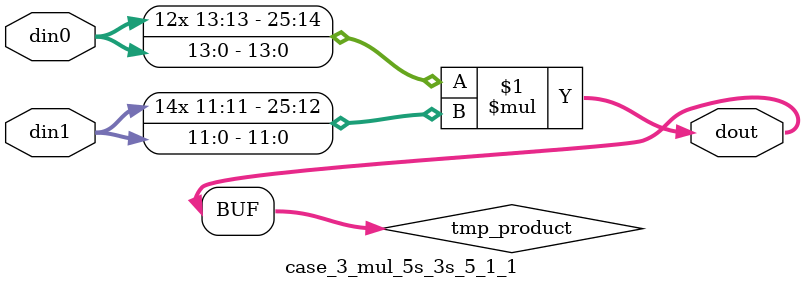
<source format=v>

`timescale 1 ns / 1 ps

 module case_3_mul_5s_3s_5_1_1(din0, din1, dout);
parameter ID = 1;
parameter NUM_STAGE = 0;
parameter din0_WIDTH = 14;
parameter din1_WIDTH = 12;
parameter dout_WIDTH = 26;

input [din0_WIDTH - 1 : 0] din0; 
input [din1_WIDTH - 1 : 0] din1; 
output [dout_WIDTH - 1 : 0] dout;

wire signed [dout_WIDTH - 1 : 0] tmp_product;



























assign tmp_product = $signed(din0) * $signed(din1);








assign dout = tmp_product;





















endmodule

</source>
